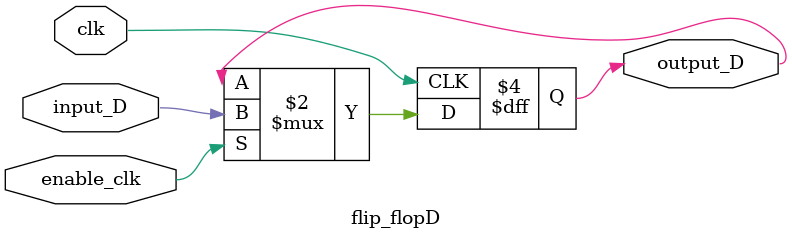
<source format=v>
module flip_flopD (
	input  wire clk,
	input  wire enable_clk,
	input  wire input_D,
	output reg output_D	
);

always @ (posedge clk) begin
	if(enable_clk) output_D <= input_D;
end

endmodule
</source>
